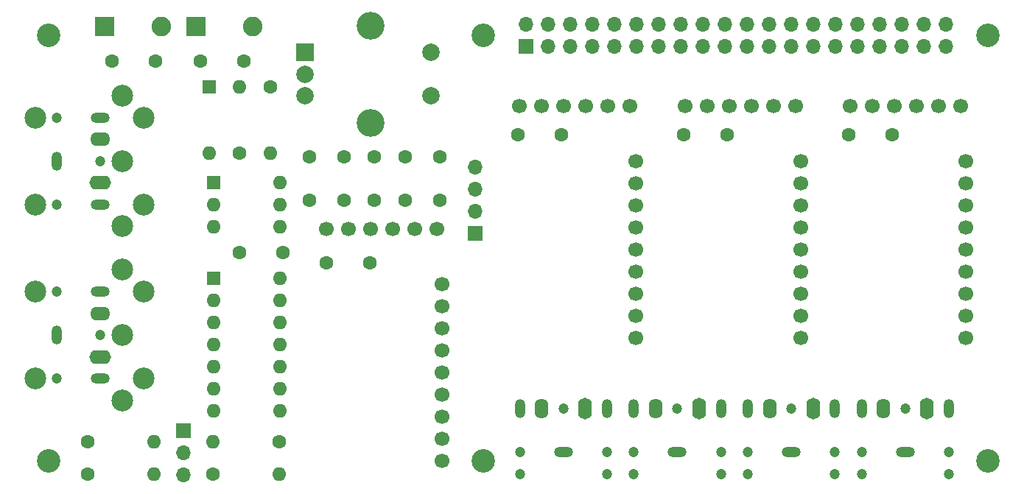
<source format=gbs>
G04 #@! TF.GenerationSoftware,KiCad,Pcbnew,7.0.9*
G04 #@! TF.CreationDate,2024-05-25T15:59:30+01:00*
G04 #@! TF.ProjectId,RPi-QuadDAC-MiniDexed,5250692d-5175-4616-9444-41432d4d696e,rev?*
G04 #@! TF.SameCoordinates,Original*
G04 #@! TF.FileFunction,Soldermask,Bot*
G04 #@! TF.FilePolarity,Negative*
%FSLAX46Y46*%
G04 Gerber Fmt 4.6, Leading zero omitted, Abs format (unit mm)*
G04 Created by KiCad (PCBNEW 7.0.9) date 2024-05-25 15:59:30*
%MOMM*%
%LPD*%
G01*
G04 APERTURE LIST*
%ADD10C,1.200000*%
%ADD11O,1.200000X2.200000*%
%ADD12O,1.600000X2.300000*%
%ADD13O,2.200000X1.200000*%
%ADD14O,1.600000X2.500000*%
%ADD15O,2.300000X1.600000*%
%ADD16O,2.500000X1.600000*%
%ADD17C,1.600000*%
%ADD18O,1.600000X1.600000*%
%ADD19C,2.700000*%
%ADD20R,1.700000X1.700000*%
%ADD21O,1.700000X1.700000*%
%ADD22R,1.600000X1.600000*%
%ADD23C,1.700000*%
%ADD24R,2.250000X2.250000*%
%ADD25C,2.250000*%
%ADD26R,2.000000X2.000000*%
%ADD27C,2.000000*%
%ADD28C,3.200000*%
%ADD29C,2.499360*%
G04 APERTURE END LIST*
D10*
X107700000Y-95500000D03*
X107700000Y-98000000D03*
X112700000Y-90500000D03*
X117700000Y-95500000D03*
X117700000Y-98000000D03*
D11*
X107700000Y-90500000D03*
D12*
X110200000Y-90500000D03*
D13*
X112700000Y-95500000D03*
D11*
X117700000Y-90500000D03*
D14*
X115200000Y-90500000D03*
D10*
X133900000Y-95500000D03*
X133900000Y-98000000D03*
X138900000Y-90500000D03*
X143900000Y-95500000D03*
X143900000Y-98000000D03*
D11*
X133900000Y-90500000D03*
D12*
X136400000Y-90500000D03*
D13*
X138900000Y-95500000D03*
D11*
X143900000Y-90500000D03*
D14*
X141400000Y-90500000D03*
D10*
X147000000Y-95500000D03*
X147000000Y-98000000D03*
X152000000Y-90500000D03*
X157000000Y-95500000D03*
X157000000Y-98000000D03*
D11*
X147000000Y-90500000D03*
D12*
X149500000Y-90500000D03*
D13*
X152000000Y-95500000D03*
D11*
X157000000Y-90500000D03*
D14*
X154500000Y-90500000D03*
D10*
X54500000Y-77000000D03*
X52000000Y-77000000D03*
X59500000Y-82000000D03*
X54500000Y-87000000D03*
X52000000Y-87000000D03*
D13*
X59500000Y-77000000D03*
D15*
X59500000Y-79500000D03*
D11*
X54500000Y-82000000D03*
D13*
X59500000Y-87000000D03*
D16*
X59500000Y-84500000D03*
D10*
X54500000Y-57000000D03*
X52000000Y-57000000D03*
X59500000Y-62000000D03*
X54500000Y-67000000D03*
X52000000Y-67000000D03*
D13*
X59500000Y-57000000D03*
D15*
X59500000Y-59500000D03*
D11*
X54500000Y-62000000D03*
D13*
X59500000Y-67000000D03*
D16*
X59500000Y-64500000D03*
D10*
X120800000Y-95500000D03*
X120800000Y-98000000D03*
X125800000Y-90500000D03*
X130800000Y-95500000D03*
X130800000Y-98000000D03*
D11*
X120800000Y-90500000D03*
D12*
X123300000Y-90500000D03*
D13*
X125800000Y-95500000D03*
D11*
X130800000Y-90500000D03*
D14*
X128300000Y-90500000D03*
D17*
X75500000Y-61120000D03*
D18*
X75500000Y-53500000D03*
D19*
X53500000Y-96500000D03*
D20*
X69000000Y-93000000D03*
D21*
X69000000Y-95540000D03*
X69000000Y-98080000D03*
D19*
X103500000Y-96500000D03*
D17*
X80500000Y-72500000D03*
X75500000Y-72500000D03*
D22*
X72000000Y-53500000D03*
D18*
X72000000Y-61120000D03*
D17*
X87500000Y-61500000D03*
X87500000Y-66500000D03*
D23*
X158350000Y-55695000D03*
X155810000Y-55695000D03*
X153270000Y-55695000D03*
X150730000Y-55695000D03*
X148190000Y-55695000D03*
X145650000Y-55695000D03*
X158985000Y-82365000D03*
X158985000Y-79825000D03*
X158985000Y-77285000D03*
X158985000Y-74745000D03*
X158985000Y-72205000D03*
X158985000Y-69665000D03*
X158985000Y-67125000D03*
X158985000Y-64585000D03*
X158985000Y-62045000D03*
D17*
X83500000Y-66500000D03*
X83500000Y-61500000D03*
X72380000Y-98000000D03*
D18*
X80000000Y-98000000D03*
D24*
X70500000Y-46500000D03*
D25*
X77000000Y-46500000D03*
D24*
X60000000Y-46500000D03*
D25*
X66500000Y-46500000D03*
D23*
X139350000Y-55695000D03*
X136810000Y-55695000D03*
X134270000Y-55695000D03*
X131730000Y-55695000D03*
X129190000Y-55695000D03*
X126650000Y-55695000D03*
X139985000Y-82365000D03*
X139985000Y-79825000D03*
X139985000Y-77285000D03*
X139985000Y-74745000D03*
X139985000Y-72205000D03*
X139985000Y-69665000D03*
X139985000Y-67125000D03*
X139985000Y-64585000D03*
X139985000Y-62045000D03*
D19*
X161500000Y-47500000D03*
X53500000Y-47500000D03*
D17*
X112500000Y-59000000D03*
X107500000Y-59000000D03*
D23*
X98150000Y-69795000D03*
X95610000Y-69795000D03*
X93070000Y-69795000D03*
X90530000Y-69795000D03*
X87990000Y-69795000D03*
X85450000Y-69795000D03*
X98785000Y-96465000D03*
X98785000Y-93925000D03*
X98785000Y-91385000D03*
X98785000Y-88845000D03*
X98785000Y-86305000D03*
X98785000Y-83765000D03*
X98785000Y-81225000D03*
X98785000Y-78685000D03*
X98785000Y-76145000D03*
D17*
X131500000Y-59000000D03*
X126500000Y-59000000D03*
D19*
X161500000Y-96500000D03*
X103500000Y-47500000D03*
D17*
X60800000Y-50500000D03*
X65800000Y-50500000D03*
D23*
X120350000Y-55695000D03*
X117810000Y-55695000D03*
X115270000Y-55695000D03*
X112730000Y-55695000D03*
X110190000Y-55695000D03*
X107650000Y-55695000D03*
X120985000Y-82365000D03*
X120985000Y-79825000D03*
X120985000Y-77285000D03*
X120985000Y-74745000D03*
X120985000Y-72205000D03*
X120985000Y-69665000D03*
X120985000Y-67125000D03*
X120985000Y-64585000D03*
X120985000Y-62045000D03*
D17*
X58000000Y-94250000D03*
D18*
X65620000Y-94250000D03*
D26*
X83000000Y-49500000D03*
D27*
X83000000Y-54500000D03*
X83000000Y-52000000D03*
D28*
X90500000Y-46400000D03*
X90500000Y-57600000D03*
D27*
X97500000Y-54500000D03*
X97500000Y-49500000D03*
D17*
X94500000Y-61500000D03*
X94500000Y-66500000D03*
D22*
X72500000Y-75500000D03*
D18*
X72500000Y-78040000D03*
X72500000Y-80580000D03*
X72500000Y-83120000D03*
X72500000Y-85660000D03*
X72500000Y-88200000D03*
X72500000Y-90740000D03*
X80120000Y-90740000D03*
X80120000Y-88200000D03*
X80120000Y-85660000D03*
X80120000Y-83120000D03*
X80120000Y-80580000D03*
X80120000Y-78040000D03*
X80120000Y-75500000D03*
D17*
X90450000Y-73725000D03*
X85450000Y-73725000D03*
X71000000Y-50500000D03*
X76000000Y-50500000D03*
X79000000Y-53500000D03*
D18*
X79000000Y-61120000D03*
D17*
X80000000Y-94250000D03*
D18*
X72380000Y-94250000D03*
D17*
X98500000Y-66500000D03*
X98500000Y-61500000D03*
X58000000Y-98000000D03*
D18*
X65620000Y-98000000D03*
D17*
X91000000Y-61500000D03*
X91000000Y-66500000D03*
X150500000Y-59000000D03*
X145500000Y-59000000D03*
D20*
X102536000Y-70310000D03*
D21*
X102536000Y-67770000D03*
X102536000Y-65230000D03*
X102536000Y-62690000D03*
D22*
X72500000Y-64500000D03*
D18*
X72500000Y-67040000D03*
X72500000Y-69580000D03*
X80120000Y-69580000D03*
X80120000Y-67040000D03*
X80120000Y-64500000D03*
D20*
X108370000Y-48770000D03*
D21*
X108370000Y-46230000D03*
X110910000Y-48770000D03*
X110910000Y-46230000D03*
X113450000Y-48770000D03*
X113450000Y-46230000D03*
X115990000Y-48770000D03*
X115990000Y-46230000D03*
X118530000Y-48770000D03*
X118530000Y-46230000D03*
X121070000Y-48770000D03*
X121070000Y-46230000D03*
X123610000Y-48770000D03*
X123610000Y-46230000D03*
X126150000Y-48770000D03*
X126150000Y-46230000D03*
X128690000Y-48770000D03*
X128690000Y-46230000D03*
X131230000Y-48770000D03*
X131230000Y-46230000D03*
X133770000Y-48770000D03*
X133770000Y-46230000D03*
X136310000Y-48770000D03*
X136310000Y-46230000D03*
X138850000Y-48770000D03*
X138850000Y-46230000D03*
X141390000Y-48770000D03*
X141390000Y-46230000D03*
X143930000Y-48770000D03*
X143930000Y-46230000D03*
X146470000Y-48770000D03*
X146470000Y-46230000D03*
X149010000Y-48770000D03*
X149010000Y-46230000D03*
X151550000Y-48770000D03*
X151550000Y-46230000D03*
X154090000Y-48770000D03*
X154090000Y-46230000D03*
X156630000Y-48770000D03*
X156630000Y-46230000D03*
D29*
X52002300Y-87001260D03*
X52002300Y-76998740D03*
X61997200Y-74501920D03*
X61999740Y-82000000D03*
X61997200Y-89498080D03*
X64499100Y-77003820D03*
X64499100Y-86996180D03*
X52002300Y-67001260D03*
X52002300Y-56998740D03*
X61997200Y-54501920D03*
X61999740Y-62000000D03*
X61997200Y-69498080D03*
X64499100Y-57003820D03*
X64499100Y-66996180D03*
M02*

</source>
